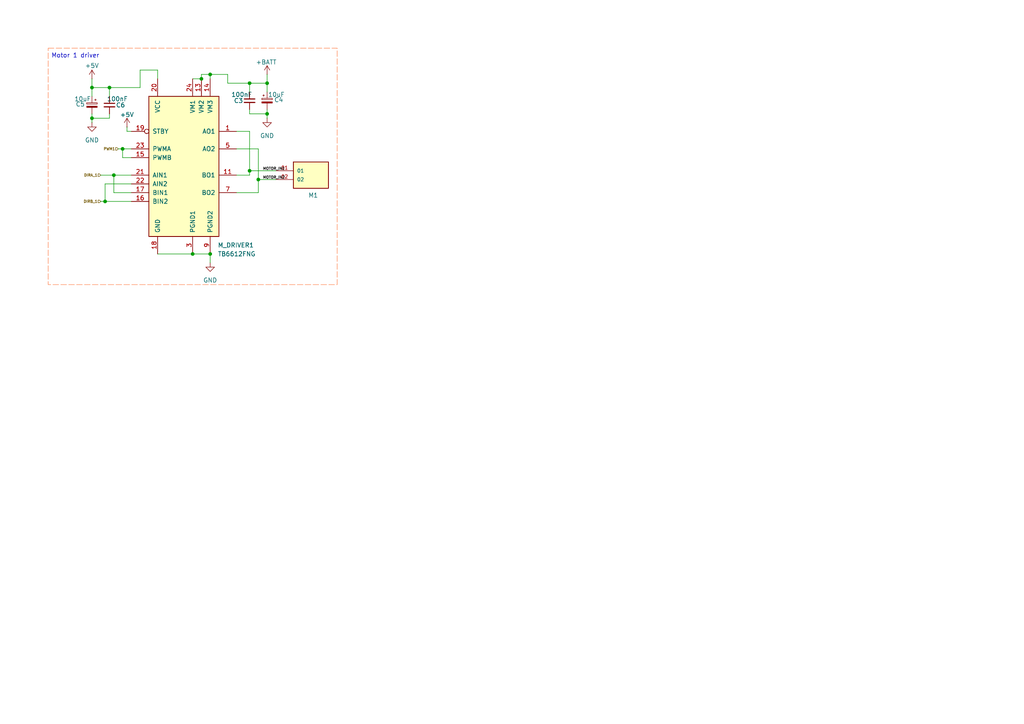
<source format=kicad_sch>
(kicad_sch (version 20231120) (generator "eeschema") (generator_version "8.0")
  (paper "A4")
  (lib_symbols
    (symbol "Device:C_Polarized_Small" (pin_numbers hide) (pin_names (offset 0.254) hide)
      (property "Reference" "C" (at 0.254 1.778 0))
      (property "Value" "C_Polarized_Small" (at 0.254 -2.032 0))
      (symbol "C_Polarized_Small_0_1"
        (rectangle (start -1.524 -0.3048) (end 1.524 -0.6858) (fill (type outline)))
        (rectangle (start -1.524 0.6858) (end 1.524 0.3048))
        (polyline (pts (xy -1.27 1.524) (xy -0.762 1.524)))
        (polyline (pts (xy -1.016 1.27) (xy -1.016 1.778)))
      )
      (symbol "C_Polarized_Small_1_1"
        (pin passive line (at 0 2.54 270) (length 1.8542) (name "~") (number "1"))
        (pin passive line (at 0 -2.54 90) (length 1.8542) (name "~") (number "2"))
      )
    )
    (symbol "Device:C_Small" (pin_numbers hide) (pin_names (offset 0.254) hide)
      (property "Reference" "C" (at 0.254 1.778 0))
      (property "Value" "C_Small" (at 0.254 -2.032 0))
      (symbol "C_Small_0_1"
        (polyline (pts (xy -1.524 -0.508) (xy 1.524 -0.508)) (stroke (width 0.3302)))
        (polyline (pts (xy -1.524 0.508) (xy 1.524 0.508)) (stroke (width 0.3048)))
      )
      (symbol "C_Small_1_1"
        (pin passive line (at 0 2.54 270) (length 2.032) (name "~") (number "1"))
        (pin passive line (at 0 -2.54 90) (length 2.032) (name "~") (number "2"))
      )
    )
    (symbol "Driver_Motor:TB6612FNG" (pin_names (offset 1.016))
      (property "Reference" "U" (at 11.43 17.78 0))
      (property "Value" "TB6612FNG" (at 11.43 15.24 0))
      (symbol "TB6612FNG_0_1"
        (rectangle (start -10.16 20.32) (end 10.16 -20.32) (stroke (width 0.254)) (fill (type background)))
      )
      (symbol "TB6612FNG_1_1"
        (pin output line (at 15.24 10.16 180) (length 5.08) (name "AO1") (number "1"))
        (pin passive line (at 7.62 -25.4 90) (length 5.08) hide (name "PGND2") (number "10"))
        (pin output line (at 15.24 -2.54 180) (length 5.08) (name "BO1") (number "11"))
        (pin passive line (at 15.24 -2.54 180) (length 5.08) hide (name "BO1") (number "12"))
        (pin power_in line (at 5.08 25.4 270) (length 5.08) (name "VM2") (number "13"))
        (pin power_in line (at 7.62 25.4 270) (length 5.08) (name "VM3") (number "14"))
        (pin input line (at -15.24 2.54 0) (length 5.08) (name "PWMB") (number "15"))
        (pin input line (at -15.24 -10.16 0) (length 5.08) (name "BIN2") (number "16"))
        (pin input line (at -15.24 -7.62 0) (length 5.08) (name "BIN1") (number "17"))
        (pin power_in line (at -7.62 -25.4 90) (length 5.08) (name "GND") (number "18"))
        (pin input inverted (at -15.24 10.16 0) (length 5.08) (name "STBY") (number "19"))
        (pin passive line (at 15.24 10.16 180) (length 5.08) hide (name "AO1") (number "2"))
        (pin power_in line (at -7.62 25.4 270) (length 5.08) (name "VCC") (number "20"))
        (pin input line (at -15.24 -2.54 0) (length 5.08) (name "AIN1") (number "21"))
        (pin input line (at -15.24 -5.08 0) (length 5.08) (name "AIN2") (number "22"))
        (pin input line (at -15.24 5.08 0) (length 5.08) (name "PWMA") (number "23"))
        (pin power_in line (at 2.54 25.4 270) (length 5.08) (name "VM1") (number "24"))
        (pin power_in line (at 2.54 -25.4 90) (length 5.08) (name "PGND1") (number "3"))
        (pin passive line (at 2.54 -25.4 90) (length 5.08) hide (name "PGND1") (number "4"))
        (pin output line (at 15.24 5.08 180) (length 5.08) (name "AO2") (number "5"))
        (pin passive line (at 15.24 5.08 180) (length 5.08) hide (name "AO2") (number "6"))
        (pin output line (at 15.24 -7.62 180) (length 5.08) (name "BO2") (number "7"))
        (pin passive line (at 15.24 -7.62 180) (length 5.08) hide (name "BO2") (number "8"))
        (pin power_in line (at 7.62 -25.4 90) (length 5.08) (name "PGND2") (number "9"))
      )
    )
    (symbol "HTSW-102-08-L-S:HTSW-102-08-L-S" (pin_names (offset 1.016))
      (property "Reference" "J" (at -5.08 3.81 0))
      (property "Value" "HTSW-102-08-L-S" (at -5.08 -7.62 0))
      (symbol "HTSW-102-08-L-S_0_0"
        (rectangle (start -5.08 -5.08) (end 5.08 2.54) (stroke (width 0.254)) (fill (type background)))
        (pin passive line (at -10.16 0 0) (length 5.08) (name "01") (number "01"))
        (pin passive line (at -10.16 -2.54 0) (length 5.08) (name "02") (number "02"))
      )
    )
    (symbol "power:+5V" (power) (pin_numbers hide) (pin_names (offset 0) hide)
      (property "Value" "+5V" (at 0 3.556 0))
      (symbol "+5V_0_1"
        (polyline (pts (xy -0.762 1.27) (xy 0 2.54)))
        (polyline (pts (xy 0 0) (xy 0 2.54)))
        (polyline (pts (xy 0 2.54) (xy 0.762 1.27)))
      )
      (symbol "+5V_1_1"
        (pin power_in line (at 0 0 90) (length 0) (name "~") (number "1"))
      )
    )
    (symbol "power:+BATT" (power) (pin_numbers hide) (pin_names (offset 0) hide)
      (property "Value" "+BATT" (at 0 3.556 0))
      (symbol "+BATT_0_1"
        (polyline (pts (xy -0.762 1.27) (xy 0 2.54)))
        (polyline (pts (xy 0 0) (xy 0 2.54)))
        (polyline (pts (xy 0 2.54) (xy 0.762 1.27)))
      )
      (symbol "+BATT_1_1"
        (pin power_in line (at 0 0 90) (length 0) (name "~") (number "1"))
      )
    )
    (symbol "power:GND" (power) (pin_numbers hide) (pin_names (offset 0) hide)
      (property "Value" "GND" (at 0 -3.81 0))
      (symbol "GND_0_1"
        (polyline (pts (xy 0 0) (xy 0 -1.27) (xy 1.27 -1.27) (xy 0 -2.54) (xy -1.27 -1.27) (xy 0 -1.27)))
      )
      (symbol "GND_1_1"
        (pin power_in line (at 0 0 270) (length 0) (name "~") (number "1"))
      )
    )
  )
  (junction (at 77.47 24.13))
  (junction (at 33.02 50.8))
  (junction (at 74.93 52.07))
  (junction (at 31.75 25.4))
  (junction (at 55.88 73.66))
  (junction (at 60.96 73.66))
  (junction (at 58.42 22.86))
  (junction (at 35.56 43.18))
  (junction (at 72.39 49.53))
  (junction (at 60.96 21.59))
  (junction (at 30.48 58.42))
  (junction (at 77.47 33.02))
  (junction (at 26.67 34.29))
  (junction (at 72.39 24.13))
  (junction (at 26.67 25.4))
  (wire (pts (xy 26.67 25.4) (xy 26.67 27.94)))
  (wire (pts (xy 30.48 53.34) (xy 30.48 58.42)))
  (wire (pts (xy 74.93 43.18) (xy 74.93 52.07)))
  (wire (pts (xy 72.39 24.13) (xy 77.47 24.13)))
  (wire (pts (xy 55.88 73.66) (xy 60.96 73.66)))
  (wire (pts (xy 72.39 24.13) (xy 72.39 26.67)))
  (wire (pts (xy 30.48 53.34) (xy 38.1 53.34)))
  (wire (pts (xy 66.04 24.13) (xy 72.39 24.13)))
  (wire (pts (xy 45.72 73.66) (xy 55.88 73.66)))
  (wire (pts (xy 66.04 24.13) (xy 66.04 21.59)))
  (wire (pts (xy 72.39 31.75) (xy 72.39 33.02)))
  (wire (pts (xy 72.39 33.02) (xy 77.47 33.02)))
  (wire (pts (xy 72.39 49.53) (xy 80.01 49.53)))
  (wire (pts (xy 36.83 36.83) (xy 36.83 38.1)))
  (wire (pts (xy 26.67 33.02) (xy 26.67 34.29)))
  (wire (pts (xy 26.67 22.86) (xy 26.67 25.4)))
  (wire (pts (xy 68.58 43.18) (xy 74.93 43.18)))
  (wire (pts (xy 72.39 50.8) (xy 68.58 50.8)))
  (wire (pts (xy 35.56 45.72) (xy 38.1 45.72)))
  (wire (pts (xy 34.29 43.18) (xy 35.56 43.18)))
  (wire (pts (xy 55.88 22.86) (xy 58.42 22.86)))
  (wire (pts (xy 72.39 38.1) (xy 72.39 49.53)))
  (wire (pts (xy 74.93 52.07) (xy 80.01 52.07)))
  (wire (pts (xy 72.39 49.53) (xy 72.39 50.8)))
  (wire (pts (xy 74.93 52.07) (xy 74.93 55.88)))
  (wire (pts (xy 31.75 25.4) (xy 31.75 27.94)))
  (wire (pts (xy 60.96 22.86) (xy 60.96 21.59)))
  (wire (pts (xy 38.1 38.1) (xy 36.83 38.1)))
  (wire (pts (xy 60.96 73.66) (xy 60.96 76.2)))
  (wire (pts (xy 33.02 55.88) (xy 38.1 55.88)))
  (wire (pts (xy 68.58 38.1) (xy 72.39 38.1)))
  (wire (pts (xy 26.67 34.29) (xy 26.67 35.56)))
  (wire (pts (xy 77.47 21.59) (xy 77.47 24.13)))
  (wire (pts (xy 35.56 43.18) (xy 35.56 45.72)))
  (wire (pts (xy 45.72 20.32) (xy 45.72 22.86)))
  (wire (pts (xy 77.47 31.75) (xy 77.47 33.02)))
  (wire (pts (xy 31.75 25.4) (xy 26.67 25.4)))
  (wire (pts (xy 33.02 50.8) (xy 33.02 55.88)))
  (wire (pts (xy 40.64 20.32) (xy 45.72 20.32)))
  (wire (pts (xy 31.75 25.4) (xy 40.64 25.4)))
  (wire (pts (xy 31.75 33.02) (xy 31.75 34.29)))
  (wire (pts (xy 40.64 20.32) (xy 40.64 25.4)))
  (wire (pts (xy 74.93 55.88) (xy 68.58 55.88)))
  (wire (pts (xy 30.48 58.42) (xy 38.1 58.42)))
  (wire (pts (xy 29.21 58.42) (xy 30.48 58.42)))
  (wire (pts (xy 77.47 24.13) (xy 77.47 26.67)))
  (wire (pts (xy 33.02 50.8) (xy 38.1 50.8)))
  (wire (pts (xy 29.21 50.8) (xy 33.02 50.8)))
  (wire (pts (xy 58.42 22.86) (xy 58.42 21.59)))
  (wire (pts (xy 31.75 34.29) (xy 26.67 34.29)))
  (wire (pts (xy 60.96 21.59) (xy 66.04 21.59)))
  (wire (pts (xy 60.96 21.59) (xy 58.42 21.59)))
  (wire (pts (xy 77.47 33.02) (xy 77.47 34.29)))
  (wire (pts (xy 35.56 43.18) (xy 38.1 43.18)))
  (rectangle (start 13.97 13.97) (end 97.79 82.55) (stroke (width 0) (type dash) (color 255 133 81 1)))
  (text "Motor 1 driver " (at 22.352 16.256 0) (effects (font (size 1.27 1.27))))
  (label "MOTOR_IN1" (at 76.2 49.53 0) (effects (font (size 0.762 0.762))))
  (label "MOTOR_IN2" (at 76.2 52.07 0) (effects (font (size 0.762 0.762))))
  (hierarchical_label "PWM1" (shape input) (at 34.29 43.18 180) (effects (font (size 0.762 0.762))))
  (hierarchical_label "DIRA_1" (shape input) (at 29.21 50.8 180) (effects (font (size 0.762 0.762))))
  (hierarchical_label "DIRB_1" (shape input) (at 29.21 58.42 180) (effects (font (size 0.762 0.762))))
  (symbol (lib_id "power:+BATT") (at 77.47 21.59 0) (unit 1)
    (property "Reference" "#PWR010" (effects (hide yes)))
    (property "Value" "+BATT" (at 77.216 18.034 0))
    (property "Description" "Power symbol creates a global label with name \"+BATT\"" (effects (hide yes)))
  )
  (symbol (lib_id "Driver_Motor:TB6612FNG") (at 53.34 48.26 0) (unit 1)
    (property "Reference" "M_DRIVER1" (at 63.1541 71.12 0) (effects (justify left)))
    (property "Value" "TB6612FNG" (at 63.1541 73.66 0) (effects (justify left)))
    (property "Footprint" "Package_SO:SSOP-24_5.3x8.2mm_P0.65mm" (effects (hide yes)))
    (property "Datasheet" "https://toshiba.semicon-storage.com/us/product/linear/motordriver/detail.TB6612FNG.html" (effects (hide yes)))
    (property "Description" "Driver IC for Dual DC motor, SSOP-24" (effects (hide yes)))
  )
  (symbol (lib_id "power:+5V") (at 36.83 36.83 0) (unit 1)
    (property "Reference" "#PWR01" (effects (hide yes)))
    (property "Value" "+5V" (at 36.83 33.274 0))
    (property "Description" "Power symbol creates a global label with name \"+5V\"" (effects (hide yes)))
  )
  (symbol (lib_id "power:GND") (at 60.96 76.2 0) (unit 1)
    (property "Reference" "#PWR09" (effects (hide yes)))
    (property "Value" "GND" (at 60.96 81.28 0))
    (property "Description" "Power symbol creates a global label with name \"GND\" , ground" (effects (hide yes)))
  )
  (symbol (lib_id "HTSW-102-08-L-S:HTSW-102-08-L-S") (at 90.17 49.53 0) (unit 1)
    (property "Reference" "M1" (at 89.408 56.642 0) (effects (justify left)))
    (property "Value" "HTSW-102-08-L-S" (effects (hide yes)))
    (property "Footprint" "HTSW-102-08-L-S:SAMTEC_HTSW-102-08-L-S" (effects (hide yes)))
    (property "MF" "Samtec Inc." (effects (hide yes)))
    (property "Description_1" "\nConn Unshrouded Header HDR 2 POS 2.54mm Solder ST Top Entry Thru-Hole Bag\n" (effects (hide yes)))
    (property "Package" "None" (effects (hide yes)))
    (property "Price" "None" (effects (hide yes)))
    (property "Check_prices" "https://www.snapeda.com/parts/HTSW-102-08-L-S/Samtec/view-part/?ref=eda" (effects (hide yes)))
    (property "SnapEDA_Link" "https://www.snapeda.com/parts/HTSW-102-08-L-S/Samtec/view-part/?ref=snap" (effects (hide yes)))
    (property "MP" "HTSW-102-08-L-S" (effects (hide yes)))
    (property "Availability" "In Stock" (effects (hide yes)))
    (property "Purchase-URL" "https://pricing.snapeda.com/search/part/HTSW-102-25-G-S/?ref=eda" (effects (hide yes)))
  )
  (symbol (lib_id "Device:C_Small") (at 31.75 30.48 0) (mirror y) (unit 1)
    (property "Reference" "C6" (at 36.322 30.48 0) (effects (justify left)))
    (property "Value" "100nF" (at 37.084 28.702 0) (effects (justify left)))
    (property "Footprint" "Capacitor_SMD:C_0805_2012Metric" (effects (hide yes)))
    (property "Description" "Unpolarized capacitor, small symbol" (effects (hide yes)))
  )
  (symbol (lib_id "Device:C_Polarized_Small") (at 26.67 30.48 0) (mirror y) (unit 1)
    (property "Reference" "C5" (at 24.638 30.226 0) (effects (justify left)))
    (property "Value" "10uF" (at 26.416 28.702 0) (effects (justify left)))
    (property "Footprint" "Capacitor_Tantalum_SMD:CP_EIA-3528-12_Kemet-T" (effects (hide yes)))
    (property "Description" "Polarized capacitor, small symbol" (effects (hide yes)))
  )
  (symbol (lib_id "power:+5V") (at 26.67 22.86 0) (unit 1)
    (property "Reference" "#PWR012" (effects (hide yes)))
    (property "Value" "+5V" (at 26.67 19.05 0))
    (property "Description" "Power symbol creates a global label with name \"+5V\"" (effects (hide yes)))
  )
  (symbol (lib_id "power:GND") (at 26.67 35.56 0) (mirror y) (unit 1)
    (property "Reference" "#PWR013" (effects (hide yes)))
    (property "Value" "GND" (at 26.67 40.64 0))
    (property "Description" "Power symbol creates a global label with name \"GND\" , ground" (effects (hide yes)))
  )
  (symbol (lib_id "Device:C_Small") (at 72.39 29.21 0) (unit 1)
    (property "Reference" "C3" (at 67.818 29.21 0) (effects (justify left)))
    (property "Value" "100nF" (at 67.056 27.432 0) (effects (justify left)))
    (property "Footprint" "Capacitor_SMD:C_0805_2012Metric" (effects (hide yes)))
    (property "Description" "Unpolarized capacitor, small symbol" (effects (hide yes)))
  )
  (symbol (lib_id "power:GND") (at 77.47 34.29 0) (unit 1)
    (property "Reference" "#PWR011" (effects (hide yes)))
    (property "Value" "GND" (at 77.47 39.37 0))
    (property "Description" "Power symbol creates a global label with name \"GND\" , ground" (effects (hide yes)))
  )
  (symbol (lib_id "Device:C_Polarized_Small") (at 77.47 29.21 0) (unit 1)
    (property "Reference" "C4" (at 79.502 28.956 0) (effects (justify left)))
    (property "Value" "10uF" (at 77.724 27.432 0) (effects (justify left)))
    (property "Footprint" "Capacitor_Tantalum_SMD:CP_EIA-3528-12_Kemet-T" (effects (hide yes)))
    (property "Description" "Polarized capacitor, small symbol" (effects (hide yes)))
  )
)
</source>
